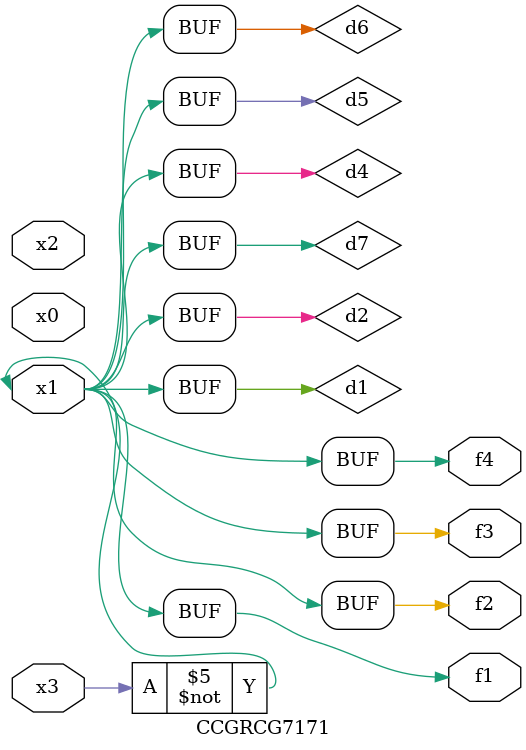
<source format=v>
module CCGRCG7171(
	input x0, x1, x2, x3,
	output f1, f2, f3, f4
);

	wire d1, d2, d3, d4, d5, d6, d7;

	not (d1, x3);
	buf (d2, x1);
	xnor (d3, d1, d2);
	nor (d4, d1);
	buf (d5, d1, d2);
	buf (d6, d4, d5);
	nand (d7, d4);
	assign f1 = d6;
	assign f2 = d7;
	assign f3 = d6;
	assign f4 = d6;
endmodule

</source>
